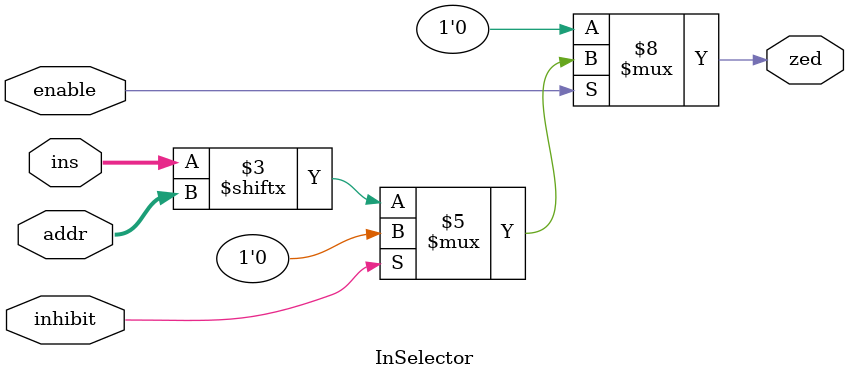
<source format=v>
module InSelector(enable, inhibit, zed, ins, addr);
    input enable;
    input inhibit;
    input [2:0] addr;
    input [7:0] ins;

    output reg zed;

    always @ (*) begin
        if (~enable) begin
            zed <= 1'b0;
        end else if (inhibit) begin
            zed <= 1'b0;
        end else begin
            zed <= ins[addr];
        end
    end
endmodule
</source>
